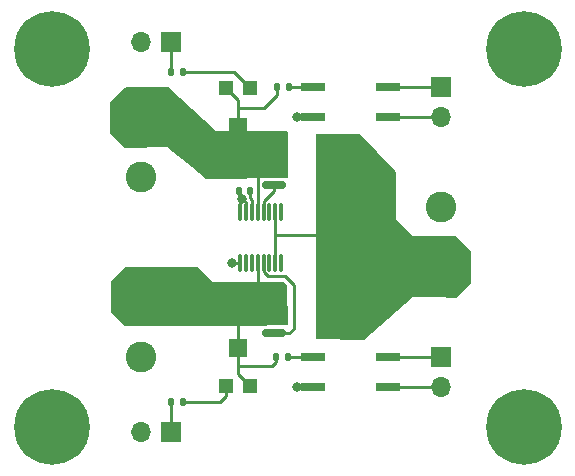
<source format=gbr>
%TF.GenerationSoftware,KiCad,Pcbnew,6.0.11-2627ca5db0~126~ubuntu22.04.1*%
%TF.CreationDate,2024-05-09T19:34:26+02:00*%
%TF.ProjectId,RedunDC,52656475-6e44-4432-9e6b-696361645f70,rev?*%
%TF.SameCoordinates,Original*%
%TF.FileFunction,Copper,L1,Top*%
%TF.FilePolarity,Positive*%
%FSLAX46Y46*%
G04 Gerber Fmt 4.6, Leading zero omitted, Abs format (unit mm)*
G04 Created by KiCad (PCBNEW 6.0.11-2627ca5db0~126~ubuntu22.04.1) date 2024-05-09 19:34:26*
%MOMM*%
%LPD*%
G01*
G04 APERTURE LIST*
G04 Aperture macros list*
%AMRoundRect*
0 Rectangle with rounded corners*
0 $1 Rounding radius*
0 $2 $3 $4 $5 $6 $7 $8 $9 X,Y pos of 4 corners*
0 Add a 4 corners polygon primitive as box body*
4,1,4,$2,$3,$4,$5,$6,$7,$8,$9,$2,$3,0*
0 Add four circle primitives for the rounded corners*
1,1,$1+$1,$2,$3*
1,1,$1+$1,$4,$5*
1,1,$1+$1,$6,$7*
1,1,$1+$1,$8,$9*
0 Add four rect primitives between the rounded corners*
20,1,$1+$1,$2,$3,$4,$5,0*
20,1,$1+$1,$4,$5,$6,$7,0*
20,1,$1+$1,$6,$7,$8,$9,0*
20,1,$1+$1,$8,$9,$2,$3,0*%
G04 Aperture macros list end*
%TA.AperFunction,ComponentPad*%
%ADD10R,1.700000X1.700000*%
%TD*%
%TA.AperFunction,ComponentPad*%
%ADD11O,1.700000X1.700000*%
%TD*%
%TA.AperFunction,SMDPad,CuDef*%
%ADD12RoundRect,0.075000X0.075000X-0.650000X0.075000X0.650000X-0.075000X0.650000X-0.075000X-0.650000X0*%
%TD*%
%TA.AperFunction,SMDPad,CuDef*%
%ADD13R,2.000000X0.640000*%
%TD*%
%TA.AperFunction,SMDPad,CuDef*%
%ADD14RoundRect,0.135000X0.135000X0.185000X-0.135000X0.185000X-0.135000X-0.185000X0.135000X-0.185000X0*%
%TD*%
%TA.AperFunction,SMDPad,CuDef*%
%ADD15RoundRect,0.150000X-0.825000X-0.150000X0.825000X-0.150000X0.825000X0.150000X-0.825000X0.150000X0*%
%TD*%
%TA.AperFunction,ComponentPad*%
%ADD16R,2.600000X2.600000*%
%TD*%
%TA.AperFunction,ComponentPad*%
%ADD17C,2.600000*%
%TD*%
%TA.AperFunction,SMDPad,CuDef*%
%ADD18RoundRect,0.140000X0.140000X0.170000X-0.140000X0.170000X-0.140000X-0.170000X0.140000X-0.170000X0*%
%TD*%
%TA.AperFunction,SMDPad,CuDef*%
%ADD19R,1.200000X1.200000*%
%TD*%
%TA.AperFunction,SMDPad,CuDef*%
%ADD20R,1.600000X1.500000*%
%TD*%
%TA.AperFunction,ComponentPad*%
%ADD21C,0.800000*%
%TD*%
%TA.AperFunction,ComponentPad*%
%ADD22C,6.400000*%
%TD*%
%TA.AperFunction,SMDPad,CuDef*%
%ADD23RoundRect,0.135000X-0.135000X-0.185000X0.135000X-0.185000X0.135000X0.185000X-0.135000X0.185000X0*%
%TD*%
%TA.AperFunction,ViaPad*%
%ADD24C,0.800000*%
%TD*%
%TA.AperFunction,Conductor*%
%ADD25C,0.250000*%
%TD*%
G04 APERTURE END LIST*
D10*
%TO.P,J7,1,Pin_1*%
%TO.N,Net-(J7-Pad1)*%
X132080000Y-107950000D03*
D11*
%TO.P,J7,2,Pin_2*%
%TO.N,GND*%
X129540000Y-107950000D03*
%TD*%
D12*
%TO.P,U1,1,~{EN2}*%
%TO.N,GND*%
X137950000Y-93590000D03*
%TO.P,U1,2,NC*%
%TO.N,unconnected-(U1-Pad2)*%
X138450000Y-93590000D03*
%TO.P,U1,3,NC*%
%TO.N,unconnected-(U1-Pad3)*%
X138950000Y-93590000D03*
%TO.P,U1,4,VIN2*%
%TO.N,/IN2*%
X139450000Y-93590000D03*
%TO.P,U1,5,GATE2*%
%TO.N,Net-(Q2-Pad4)*%
X139950000Y-93590000D03*
%TO.P,U1,6,CPO2*%
%TO.N,unconnected-(U1-Pad6)*%
X140450000Y-93590000D03*
%TO.P,U1,7,OUT2*%
%TO.N,/OUT*%
X140950000Y-93590000D03*
%TO.P,U1,8,~{ONST2}*%
%TO.N,unconnected-(U1-Pad8)*%
X141450000Y-93590000D03*
%TO.P,U1,9,~{ONST1}*%
%TO.N,unconnected-(U1-Pad9)*%
X141450000Y-89290000D03*
%TO.P,U1,10,OUT1*%
%TO.N,/OUT*%
X140950000Y-89290000D03*
%TO.P,U1,11,CPO1*%
%TO.N,unconnected-(U1-Pad11)*%
X140450000Y-89290000D03*
%TO.P,U1,12,GATE1*%
%TO.N,Net-(Q1-Pad4)*%
X139950000Y-89290000D03*
%TO.P,U1,13,VIN1*%
%TO.N,/IN1*%
X139450000Y-89290000D03*
%TO.P,U1,14,VCC*%
%TO.N,Net-(C1-Pad1)*%
X138950000Y-89290000D03*
%TO.P,U1,15,GND*%
%TO.N,GND*%
X138450000Y-89290000D03*
%TO.P,U1,16,~{EN1}*%
X137950000Y-89290000D03*
%TD*%
D13*
%TO.P,U3,1*%
%TO.N,Net-(R2-Pad2)*%
X144170000Y-101600000D03*
%TO.P,U3,2*%
%TO.N,GND*%
X144170000Y-104140000D03*
%TO.P,U3,3*%
%TO.N,Net-(J5-Pad2)*%
X150470000Y-104140000D03*
%TO.P,U3,4*%
%TO.N,Net-(J5-Pad1)*%
X150470000Y-101600000D03*
%TD*%
D14*
%TO.P,R4,1*%
%TO.N,Net-(R4-Pad1)*%
X133099999Y-105410000D03*
%TO.P,R4,2*%
%TO.N,Net-(J7-Pad1)*%
X132079999Y-105410000D03*
%TD*%
D13*
%TO.P,U2,1*%
%TO.N,Net-(R1-Pad2)*%
X144170000Y-78740000D03*
%TO.P,U2,2*%
%TO.N,GND*%
X144170000Y-81280000D03*
%TO.P,U2,3*%
%TO.N,Net-(J4-Pad2)*%
X150470000Y-81280000D03*
%TO.P,U2,4*%
%TO.N,Net-(J4-Pad1)*%
X150470000Y-78740000D03*
%TD*%
D15*
%TO.P,Q1,1,S*%
%TO.N,/IN1*%
X140806400Y-83235800D03*
%TO.P,Q1,2,S*%
X140806400Y-84505800D03*
%TO.P,Q1,3,S*%
X140806400Y-85775800D03*
%TO.P,Q1,4,G*%
%TO.N,Net-(Q1-Pad4)*%
X140806400Y-87045800D03*
%TO.P,Q1,5,D*%
%TO.N,/OUT*%
X145756400Y-87045800D03*
%TO.P,Q1,6,D*%
X145756400Y-85775800D03*
%TO.P,Q1,7,D*%
X145756400Y-84505800D03*
%TO.P,Q1,8,D*%
X145756400Y-83235800D03*
%TD*%
D16*
%TO.P,J3,1,Pin_1*%
%TO.N,/IN2*%
X129540000Y-96520000D03*
D17*
%TO.P,J3,2,Pin_2*%
%TO.N,GND*%
X129540000Y-101600000D03*
%TD*%
D18*
%TO.P,C1,1*%
%TO.N,Net-(C1-Pad1)*%
X138836400Y-87503000D03*
%TO.P,C1,2*%
%TO.N,GND*%
X137876400Y-87503000D03*
%TD*%
D10*
%TO.P,J6,1,Pin_1*%
%TO.N,Net-(J6-Pad1)*%
X132080000Y-74930000D03*
D11*
%TO.P,J6,2,Pin_2*%
%TO.N,GND*%
X129540000Y-74930000D03*
%TD*%
D19*
%TO.P,RV1,1,1*%
%TO.N,Net-(R3-Pad1)*%
X138795000Y-78845000D03*
D20*
%TO.P,RV1,2,2*%
%TO.N,/IN1*%
X137795000Y-82095000D03*
D19*
%TO.P,RV1,3,3*%
X136795000Y-78845000D03*
%TD*%
D15*
%TO.P,Q2,1,S*%
%TO.N,/IN2*%
X140806400Y-95783400D03*
%TO.P,Q2,2,S*%
X140806400Y-97053400D03*
%TO.P,Q2,3,S*%
X140806400Y-98323400D03*
%TO.P,Q2,4,G*%
%TO.N,Net-(Q2-Pad4)*%
X140806400Y-99593400D03*
%TO.P,Q2,5,D*%
%TO.N,/OUT*%
X145756400Y-99593400D03*
%TO.P,Q2,6,D*%
X145756400Y-98323400D03*
%TO.P,Q2,7,D*%
X145756400Y-97053400D03*
%TO.P,Q2,8,D*%
X145756400Y-95783400D03*
%TD*%
D21*
%TO.P,H1,1,1*%
%TO.N,GND*%
X162000000Y-73100000D03*
X159600000Y-75500000D03*
X160302944Y-77197056D03*
X160302944Y-73802944D03*
X163697056Y-77197056D03*
X162000000Y-77900000D03*
X163697056Y-73802944D03*
D22*
X162000000Y-75500000D03*
D21*
X164400000Y-75500000D03*
%TD*%
D23*
%TO.P,R2,1*%
%TO.N,/IN2*%
X141044200Y-101600000D03*
%TO.P,R2,2*%
%TO.N,Net-(R2-Pad2)*%
X142064200Y-101600000D03*
%TD*%
D16*
%TO.P,J2,1,Pin_1*%
%TO.N,/OUT*%
X154940000Y-93980000D03*
D17*
%TO.P,J2,2,Pin_2*%
%TO.N,GND*%
X154940000Y-88900000D03*
%TD*%
D22*
%TO.P,H4,1,1*%
%TO.N,GND*%
X162000000Y-107500000D03*
D21*
X160302944Y-109197056D03*
X164400000Y-107500000D03*
X163697056Y-109197056D03*
X160302944Y-105802944D03*
X162000000Y-105100000D03*
X163697056Y-105802944D03*
X159600000Y-107500000D03*
X162000000Y-109900000D03*
%TD*%
%TO.P,H3,1,1*%
%TO.N,GND*%
X123697056Y-77197056D03*
X123697056Y-73802944D03*
X120302944Y-77197056D03*
X122000000Y-73100000D03*
X122000000Y-77900000D03*
X120302944Y-73802944D03*
X124400000Y-75500000D03*
D22*
X122000000Y-75500000D03*
D21*
X119600000Y-75500000D03*
%TD*%
D19*
%TO.P,RV2,1,1*%
%TO.N,Net-(R4-Pad1)*%
X136795000Y-104035000D03*
D20*
%TO.P,RV2,2,2*%
%TO.N,/IN2*%
X137795000Y-100785000D03*
D19*
%TO.P,RV2,3,3*%
X138795000Y-104035000D03*
%TD*%
D21*
%TO.P,H2,1,1*%
%TO.N,GND*%
X123697056Y-105802944D03*
X119600000Y-107500000D03*
X124400000Y-107500000D03*
X122000000Y-105100000D03*
X120302944Y-105802944D03*
X123697056Y-109197056D03*
D22*
X122000000Y-107500000D03*
D21*
X120302944Y-109197056D03*
X122000000Y-109900000D03*
%TD*%
D14*
%TO.P,R3,1*%
%TO.N,Net-(R3-Pad1)*%
X133100000Y-77470000D03*
%TO.P,R3,2*%
%TO.N,Net-(J6-Pad1)*%
X132080000Y-77470000D03*
%TD*%
D10*
%TO.P,J4,1,Pin_1*%
%TO.N,Net-(J4-Pad1)*%
X154940000Y-78740000D03*
D11*
%TO.P,J4,2,Pin_2*%
%TO.N,Net-(J4-Pad2)*%
X154940000Y-81280000D03*
%TD*%
D16*
%TO.P,J1,1,Pin_1*%
%TO.N,/IN1*%
X129540000Y-81280000D03*
D17*
%TO.P,J1,2,Pin_2*%
%TO.N,GND*%
X129540000Y-86360000D03*
%TD*%
D10*
%TO.P,J5,1,Pin_1*%
%TO.N,Net-(J5-Pad1)*%
X154940000Y-101600000D03*
D11*
%TO.P,J5,2,Pin_2*%
%TO.N,Net-(J5-Pad2)*%
X154940000Y-104140000D03*
%TD*%
D23*
%TO.P,R1,1*%
%TO.N,/IN1*%
X141060000Y-78740000D03*
%TO.P,R1,2*%
%TO.N,Net-(R1-Pad2)*%
X142080000Y-78740000D03*
%TD*%
D24*
%TO.N,GND*%
X142748000Y-104140000D03*
X138111903Y-88165841D03*
X137287000Y-93599000D03*
X142748000Y-81280000D03*
%TD*%
D25*
%TO.N,Net-(C1-Pad1)*%
X138950000Y-89290000D02*
X138950000Y-88277000D01*
X138836400Y-88163400D02*
X138836400Y-87503000D01*
X138950000Y-88277000D02*
X138836400Y-88163400D01*
%TO.N,GND*%
X137950000Y-88327744D02*
X138111903Y-88165841D01*
X137876400Y-87930338D02*
X138111903Y-88165841D01*
X144170000Y-104140000D02*
X142748000Y-104140000D01*
X137876400Y-87503000D02*
X137876400Y-87930338D01*
X138450000Y-88503938D02*
X138111903Y-88165841D01*
X137950000Y-89290000D02*
X137950000Y-88327744D01*
X137950000Y-93590000D02*
X137296000Y-93590000D01*
X138450000Y-89290000D02*
X138450000Y-88503938D01*
X144170000Y-81280000D02*
X142748000Y-81280000D01*
X137296000Y-93590000D02*
X137287000Y-93599000D01*
%TO.N,Net-(Q1-Pad4)*%
X139950000Y-89290000D02*
X139950000Y-88396000D01*
X140806400Y-87539600D02*
X140806400Y-87045800D01*
X139950000Y-88396000D02*
X140806400Y-87539600D01*
%TO.N,Net-(Q2-Pad4)*%
X141732000Y-94742000D02*
X142494000Y-95504000D01*
X139950000Y-94380685D02*
X140311315Y-94742000D01*
X142494000Y-95504000D02*
X142494000Y-99187000D01*
X142087600Y-99593400D02*
X140806400Y-99593400D01*
X139950000Y-93590000D02*
X139950000Y-94380685D01*
X140311315Y-94742000D02*
X141732000Y-94742000D01*
X142494000Y-99187000D02*
X142087600Y-99593400D01*
%TO.N,/IN1*%
X139450000Y-89290000D02*
X139450000Y-85975000D01*
X141060000Y-79437400D02*
X140030200Y-80467200D01*
X140030200Y-80467200D02*
X137795000Y-80467200D01*
X139649200Y-85775800D02*
X140806400Y-85775800D01*
X141060000Y-78740000D02*
X141060000Y-79437400D01*
X139450000Y-85975000D02*
X139649200Y-85775800D01*
X137795000Y-83261200D02*
X140781000Y-83261200D01*
X137795000Y-80467200D02*
X137795000Y-79845000D01*
X137795000Y-82095000D02*
X137795000Y-83261200D01*
X140781000Y-83261200D02*
X140806400Y-83235800D01*
X137795000Y-79845000D02*
X136795000Y-78845000D01*
X137795000Y-82095000D02*
X137795000Y-80467200D01*
%TO.N,/OUT*%
X145756400Y-95783400D02*
X145756400Y-91411200D01*
X145756400Y-91411200D02*
X145638200Y-91293000D01*
X145756400Y-91174800D02*
X145756400Y-87045800D01*
X140950000Y-91293000D02*
X140950000Y-93590000D01*
X140950000Y-91293000D02*
X145638200Y-91293000D01*
X140950000Y-89290000D02*
X140950000Y-91293000D01*
X145638200Y-91293000D02*
X145756400Y-91174800D01*
%TO.N,/IN2*%
X137795000Y-102336600D02*
X137795000Y-103035000D01*
X139450000Y-95635000D02*
X139598400Y-95783400D01*
X137795000Y-100785000D02*
X137795000Y-102336600D01*
X141044200Y-101600000D02*
X141044200Y-101983000D01*
X141044200Y-101983000D02*
X140690600Y-102336600D01*
X139450000Y-93590000D02*
X139450000Y-95635000D01*
X139598400Y-95783400D02*
X140806400Y-95783400D01*
X137795000Y-100785000D02*
X137795000Y-98298000D01*
X140690600Y-102336600D02*
X137795000Y-102336600D01*
X137795000Y-98298000D02*
X140781000Y-98298000D01*
X140781000Y-98298000D02*
X140806400Y-98323400D01*
X137795000Y-103035000D02*
X138795000Y-104035000D01*
%TO.N,Net-(R1-Pad2)*%
X144170000Y-78740000D02*
X142080000Y-78740000D01*
%TO.N,Net-(R2-Pad2)*%
X144170000Y-101600000D02*
X142064200Y-101600000D01*
%TO.N,Net-(J4-Pad1)*%
X154940000Y-78740000D02*
X150470000Y-78740000D01*
%TO.N,Net-(J4-Pad2)*%
X154940000Y-81280000D02*
X150470000Y-81280000D01*
%TO.N,Net-(J5-Pad2)*%
X154940000Y-104140000D02*
X150470000Y-104140000D01*
%TO.N,Net-(J5-Pad1)*%
X154940000Y-101600000D02*
X150470000Y-101600000D01*
%TO.N,Net-(J6-Pad1)*%
X132080000Y-77470000D02*
X132080000Y-74930000D01*
%TO.N,Net-(J7-Pad1)*%
X132080000Y-107950000D02*
X132079999Y-105410000D01*
%TO.N,Net-(R3-Pad1)*%
X138795000Y-78845000D02*
X137420000Y-77470000D01*
X137420000Y-77470000D02*
X133100000Y-77470000D01*
%TO.N,Net-(R4-Pad1)*%
X136795000Y-104860600D02*
X136795000Y-104035000D01*
X136245600Y-105410000D02*
X136795000Y-104860600D01*
X133099999Y-105410000D02*
X136245600Y-105410000D01*
%TD*%
%TA.AperFunction,Conductor*%
%TO.N,/IN2*%
G36*
X134409779Y-93998754D02*
G01*
X135636000Y-95250000D01*
X135648595Y-95249999D01*
X135648596Y-95249999D01*
X139875275Y-95249500D01*
X141676699Y-95249287D01*
X141720899Y-95267593D01*
X141950314Y-95497008D01*
X141968618Y-95540768D01*
X141991559Y-98844154D01*
X141973561Y-98888474D01*
X141929295Y-98907088D01*
X138453252Y-98920122D01*
X128268676Y-98958310D01*
X128226685Y-98942313D01*
X127020742Y-97859425D01*
X127000000Y-97812922D01*
X127000000Y-95250488D01*
X127018306Y-95206294D01*
X128226294Y-93998306D01*
X128270488Y-93980000D01*
X134365141Y-93980000D01*
X134409779Y-93998754D01*
G37*
%TD.AperFunction*%
%TD*%
%TA.AperFunction,Conductor*%
%TO.N,/OUT*%
G36*
X148100473Y-82696397D02*
G01*
X151112759Y-85859297D01*
X151130000Y-85902400D01*
X151130000Y-89916000D01*
X151139314Y-89924849D01*
X151139315Y-89924850D01*
X152645288Y-91355524D01*
X152654000Y-91363800D01*
X156209867Y-91363800D01*
X156253630Y-91381679D01*
X157537463Y-92640823D01*
X157556200Y-92685444D01*
X157556200Y-95299217D01*
X157536563Y-95344704D01*
X156254017Y-96553257D01*
X156209825Y-96570256D01*
X154555861Y-96535065D01*
X152665617Y-96494847D01*
X152654000Y-96494600D01*
X152645219Y-96502210D01*
X148480955Y-100111239D01*
X148439241Y-100126503D01*
X144460719Y-100076771D01*
X144416757Y-100057914D01*
X144399000Y-100014276D01*
X144399000Y-82739500D01*
X144417306Y-82695306D01*
X144461500Y-82677000D01*
X148055214Y-82677000D01*
X148100473Y-82696397D01*
G37*
%TD.AperFunction*%
%TD*%
%TA.AperFunction,Conductor*%
%TO.N,/IN1*%
G36*
X131844285Y-78731305D02*
G01*
X135907599Y-82443468D01*
X135940800Y-82473800D01*
X137952655Y-82463599D01*
X141923202Y-82443468D01*
X141967489Y-82461549D01*
X141986019Y-82505966D01*
X141986012Y-83845400D01*
X141986000Y-86399331D01*
X141967694Y-86443525D01*
X141923732Y-86461831D01*
X135150185Y-86486918D01*
X135110728Y-86473075D01*
X133858942Y-85463883D01*
X131859822Y-83852189D01*
X131859820Y-83852188D01*
X131851400Y-83845400D01*
X128295444Y-83870620D01*
X128251666Y-83853158D01*
X126943225Y-82594092D01*
X126924064Y-82548443D01*
X126948935Y-80011598D01*
X126969039Y-79966287D01*
X128252421Y-78781626D01*
X128293919Y-78765058D01*
X130189767Y-78737975D01*
X131801237Y-78714954D01*
X131844285Y-78731305D01*
G37*
%TD.AperFunction*%
%TD*%
M02*

</source>
